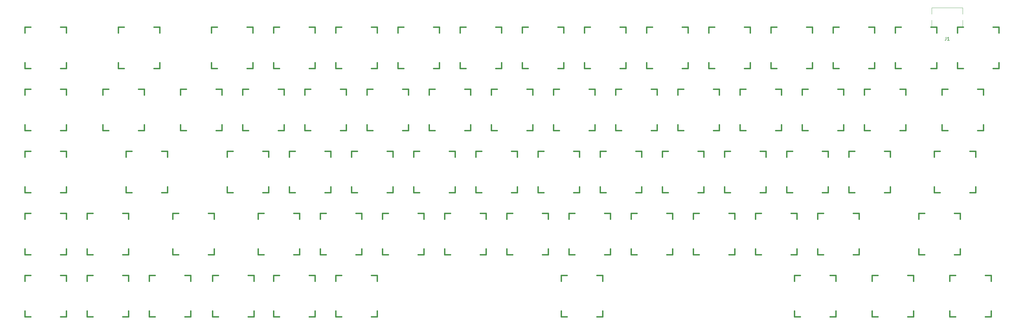
<source format=gto>
%TF.GenerationSoftware,KiCad,Pcbnew,(5.1.10)-1*%
%TF.CreationDate,2021-09-30T15:06:51-04:00*%
%TF.ProjectId,keyboard,6b657962-6f61-4726-942e-6b696361645f,rev?*%
%TF.SameCoordinates,Original*%
%TF.FileFunction,Legend,Top*%
%TF.FilePolarity,Positive*%
%FSLAX46Y46*%
G04 Gerber Fmt 4.6, Leading zero omitted, Abs format (unit mm)*
G04 Created by KiCad (PCBNEW (5.1.10)-1) date 2021-09-30 15:06:51*
%MOMM*%
%LPD*%
G01*
G04 APERTURE LIST*
%ADD10C,0.381000*%
%ADD11C,0.120000*%
%ADD12C,0.150000*%
G04 APERTURE END LIST*
D10*
%TO.C,K6*%
X328810905Y-64492217D02*
X330588905Y-64492217D01*
X339732905Y-64492217D02*
X341510905Y-64492217D01*
X341510905Y-64492217D02*
X341510905Y-66270217D01*
X341510905Y-75414217D02*
X341510905Y-77192217D01*
X341510905Y-77192217D02*
X339732905Y-77192217D01*
X330588905Y-77192217D02*
X328810905Y-77192217D01*
X328810905Y-77192217D02*
X328810905Y-75414217D01*
X328810905Y-66270217D02*
X328810905Y-64492217D01*
D11*
%TO.C,J1*%
X349386227Y-60507865D02*
X349386227Y-58607865D01*
X349386227Y-64407865D02*
X349386227Y-62407865D01*
X339986227Y-60507865D02*
X339986227Y-58607865D01*
X339986227Y-64407865D02*
X339986227Y-62407865D01*
X349386227Y-58607865D02*
X339986227Y-58607865D01*
D10*
%TO.C,K1*%
X347860905Y-66270217D02*
X347860905Y-64492217D01*
X347860905Y-77192217D02*
X347860905Y-75414217D01*
X349638905Y-77192217D02*
X347860905Y-77192217D01*
X360560905Y-77192217D02*
X358782905Y-77192217D01*
X360560905Y-75414217D02*
X360560905Y-77192217D01*
X360560905Y-64492217D02*
X360560905Y-66270217D01*
X358782905Y-64492217D02*
X360560905Y-64492217D01*
X347860905Y-64492217D02*
X349638905Y-64492217D01*
%TO.C,K2*%
X343098405Y-85320217D02*
X343098405Y-83542217D01*
X343098405Y-96242217D02*
X343098405Y-94464217D01*
X344876405Y-96242217D02*
X343098405Y-96242217D01*
X355798405Y-96242217D02*
X354020405Y-96242217D01*
X355798405Y-94464217D02*
X355798405Y-96242217D01*
X355798405Y-83542217D02*
X355798405Y-85320217D01*
X354020405Y-83542217D02*
X355798405Y-83542217D01*
X343098405Y-83542217D02*
X344876405Y-83542217D01*
%TO.C,K3*%
X340717155Y-102592217D02*
X342495155Y-102592217D01*
X351639155Y-102592217D02*
X353417155Y-102592217D01*
X353417155Y-102592217D02*
X353417155Y-104370217D01*
X353417155Y-113514217D02*
X353417155Y-115292217D01*
X353417155Y-115292217D02*
X351639155Y-115292217D01*
X342495155Y-115292217D02*
X340717155Y-115292217D01*
X340717155Y-115292217D02*
X340717155Y-113514217D01*
X340717155Y-104370217D02*
X340717155Y-102592217D01*
%TO.C,K4*%
X335954655Y-121642217D02*
X337732655Y-121642217D01*
X346876655Y-121642217D02*
X348654655Y-121642217D01*
X348654655Y-121642217D02*
X348654655Y-123420217D01*
X348654655Y-132564217D02*
X348654655Y-134342217D01*
X348654655Y-134342217D02*
X346876655Y-134342217D01*
X337732655Y-134342217D02*
X335954655Y-134342217D01*
X335954655Y-134342217D02*
X335954655Y-132564217D01*
X335954655Y-123420217D02*
X335954655Y-121642217D01*
%TO.C,K5*%
X345479655Y-142470217D02*
X345479655Y-140692217D01*
X345479655Y-153392217D02*
X345479655Y-151614217D01*
X347257655Y-153392217D02*
X345479655Y-153392217D01*
X358179655Y-153392217D02*
X356401655Y-153392217D01*
X358179655Y-151614217D02*
X358179655Y-153392217D01*
X358179655Y-140692217D02*
X358179655Y-142470217D01*
X356401655Y-140692217D02*
X358179655Y-140692217D01*
X345479655Y-140692217D02*
X347257655Y-140692217D01*
%TO.C,K7*%
X319285905Y-85320217D02*
X319285905Y-83542217D01*
X319285905Y-96242217D02*
X319285905Y-94464217D01*
X321063905Y-96242217D02*
X319285905Y-96242217D01*
X331985905Y-96242217D02*
X330207905Y-96242217D01*
X331985905Y-94464217D02*
X331985905Y-96242217D01*
X331985905Y-83542217D02*
X331985905Y-85320217D01*
X330207905Y-83542217D02*
X331985905Y-83542217D01*
X319285905Y-83542217D02*
X321063905Y-83542217D01*
%TO.C,K8*%
X314523405Y-102592217D02*
X316301405Y-102592217D01*
X325445405Y-102592217D02*
X327223405Y-102592217D01*
X327223405Y-102592217D02*
X327223405Y-104370217D01*
X327223405Y-113514217D02*
X327223405Y-115292217D01*
X327223405Y-115292217D02*
X325445405Y-115292217D01*
X316301405Y-115292217D02*
X314523405Y-115292217D01*
X314523405Y-115292217D02*
X314523405Y-113514217D01*
X314523405Y-104370217D02*
X314523405Y-102592217D01*
%TO.C,K9*%
X321667155Y-142470217D02*
X321667155Y-140692217D01*
X321667155Y-153392217D02*
X321667155Y-151614217D01*
X323445155Y-153392217D02*
X321667155Y-153392217D01*
X334367155Y-153392217D02*
X332589155Y-153392217D01*
X334367155Y-151614217D02*
X334367155Y-153392217D01*
X334367155Y-140692217D02*
X334367155Y-142470217D01*
X332589155Y-140692217D02*
X334367155Y-140692217D01*
X321667155Y-140692217D02*
X323445155Y-140692217D01*
%TO.C,K10*%
X309760905Y-66270217D02*
X309760905Y-64492217D01*
X309760905Y-77192217D02*
X309760905Y-75414217D01*
X311538905Y-77192217D02*
X309760905Y-77192217D01*
X322460905Y-77192217D02*
X320682905Y-77192217D01*
X322460905Y-75414217D02*
X322460905Y-77192217D01*
X322460905Y-64492217D02*
X322460905Y-66270217D01*
X320682905Y-64492217D02*
X322460905Y-64492217D01*
X309760905Y-64492217D02*
X311538905Y-64492217D01*
%TO.C,K11*%
X300235905Y-83542217D02*
X302013905Y-83542217D01*
X311157905Y-83542217D02*
X312935905Y-83542217D01*
X312935905Y-83542217D02*
X312935905Y-85320217D01*
X312935905Y-94464217D02*
X312935905Y-96242217D01*
X312935905Y-96242217D02*
X311157905Y-96242217D01*
X302013905Y-96242217D02*
X300235905Y-96242217D01*
X300235905Y-96242217D02*
X300235905Y-94464217D01*
X300235905Y-85320217D02*
X300235905Y-83542217D01*
%TO.C,K12*%
X295473405Y-104370217D02*
X295473405Y-102592217D01*
X295473405Y-115292217D02*
X295473405Y-113514217D01*
X297251405Y-115292217D02*
X295473405Y-115292217D01*
X308173405Y-115292217D02*
X306395405Y-115292217D01*
X308173405Y-113514217D02*
X308173405Y-115292217D01*
X308173405Y-102592217D02*
X308173405Y-104370217D01*
X306395405Y-102592217D02*
X308173405Y-102592217D01*
X295473405Y-102592217D02*
X297251405Y-102592217D01*
%TO.C,K13*%
X304998405Y-121642217D02*
X306776405Y-121642217D01*
X315920405Y-121642217D02*
X317698405Y-121642217D01*
X317698405Y-121642217D02*
X317698405Y-123420217D01*
X317698405Y-132564217D02*
X317698405Y-134342217D01*
X317698405Y-134342217D02*
X315920405Y-134342217D01*
X306776405Y-134342217D02*
X304998405Y-134342217D01*
X304998405Y-134342217D02*
X304998405Y-132564217D01*
X304998405Y-123420217D02*
X304998405Y-121642217D01*
%TO.C,K14*%
X297854655Y-140692217D02*
X299632655Y-140692217D01*
X308776655Y-140692217D02*
X310554655Y-140692217D01*
X310554655Y-140692217D02*
X310554655Y-142470217D01*
X310554655Y-151614217D02*
X310554655Y-153392217D01*
X310554655Y-153392217D02*
X308776655Y-153392217D01*
X299632655Y-153392217D02*
X297854655Y-153392217D01*
X297854655Y-153392217D02*
X297854655Y-151614217D01*
X297854655Y-142470217D02*
X297854655Y-140692217D01*
%TO.C,K15*%
X290710905Y-64492217D02*
X292488905Y-64492217D01*
X301632905Y-64492217D02*
X303410905Y-64492217D01*
X303410905Y-64492217D02*
X303410905Y-66270217D01*
X303410905Y-75414217D02*
X303410905Y-77192217D01*
X303410905Y-77192217D02*
X301632905Y-77192217D01*
X292488905Y-77192217D02*
X290710905Y-77192217D01*
X290710905Y-77192217D02*
X290710905Y-75414217D01*
X290710905Y-66270217D02*
X290710905Y-64492217D01*
%TO.C,K16*%
X281185905Y-83542217D02*
X282963905Y-83542217D01*
X292107905Y-83542217D02*
X293885905Y-83542217D01*
X293885905Y-83542217D02*
X293885905Y-85320217D01*
X293885905Y-94464217D02*
X293885905Y-96242217D01*
X293885905Y-96242217D02*
X292107905Y-96242217D01*
X282963905Y-96242217D02*
X281185905Y-96242217D01*
X281185905Y-96242217D02*
X281185905Y-94464217D01*
X281185905Y-85320217D02*
X281185905Y-83542217D01*
%TO.C,K17*%
X276423405Y-104370217D02*
X276423405Y-102592217D01*
X276423405Y-115292217D02*
X276423405Y-113514217D01*
X278201405Y-115292217D02*
X276423405Y-115292217D01*
X289123405Y-115292217D02*
X287345405Y-115292217D01*
X289123405Y-113514217D02*
X289123405Y-115292217D01*
X289123405Y-102592217D02*
X289123405Y-104370217D01*
X287345405Y-102592217D02*
X289123405Y-102592217D01*
X276423405Y-102592217D02*
X278201405Y-102592217D01*
%TO.C,K18*%
X285948405Y-121642217D02*
X287726405Y-121642217D01*
X296870405Y-121642217D02*
X298648405Y-121642217D01*
X298648405Y-121642217D02*
X298648405Y-123420217D01*
X298648405Y-132564217D02*
X298648405Y-134342217D01*
X298648405Y-134342217D02*
X296870405Y-134342217D01*
X287726405Y-134342217D02*
X285948405Y-134342217D01*
X285948405Y-134342217D02*
X285948405Y-132564217D01*
X285948405Y-123420217D02*
X285948405Y-121642217D01*
%TO.C,K19*%
X271660905Y-66270217D02*
X271660905Y-64492217D01*
X271660905Y-77192217D02*
X271660905Y-75414217D01*
X273438905Y-77192217D02*
X271660905Y-77192217D01*
X284360905Y-77192217D02*
X282582905Y-77192217D01*
X284360905Y-75414217D02*
X284360905Y-77192217D01*
X284360905Y-64492217D02*
X284360905Y-66270217D01*
X282582905Y-64492217D02*
X284360905Y-64492217D01*
X271660905Y-64492217D02*
X273438905Y-64492217D01*
%TO.C,K20*%
X262135905Y-83542217D02*
X263913905Y-83542217D01*
X273057905Y-83542217D02*
X274835905Y-83542217D01*
X274835905Y-83542217D02*
X274835905Y-85320217D01*
X274835905Y-94464217D02*
X274835905Y-96242217D01*
X274835905Y-96242217D02*
X273057905Y-96242217D01*
X263913905Y-96242217D02*
X262135905Y-96242217D01*
X262135905Y-96242217D02*
X262135905Y-94464217D01*
X262135905Y-85320217D02*
X262135905Y-83542217D01*
%TO.C,K21*%
X257373405Y-104370217D02*
X257373405Y-102592217D01*
X257373405Y-115292217D02*
X257373405Y-113514217D01*
X259151405Y-115292217D02*
X257373405Y-115292217D01*
X270073405Y-115292217D02*
X268295405Y-115292217D01*
X270073405Y-113514217D02*
X270073405Y-115292217D01*
X270073405Y-102592217D02*
X270073405Y-104370217D01*
X268295405Y-102592217D02*
X270073405Y-102592217D01*
X257373405Y-102592217D02*
X259151405Y-102592217D01*
%TO.C,K22*%
X266898405Y-121642217D02*
X268676405Y-121642217D01*
X277820405Y-121642217D02*
X279598405Y-121642217D01*
X279598405Y-121642217D02*
X279598405Y-123420217D01*
X279598405Y-132564217D02*
X279598405Y-134342217D01*
X279598405Y-134342217D02*
X277820405Y-134342217D01*
X268676405Y-134342217D02*
X266898405Y-134342217D01*
X266898405Y-134342217D02*
X266898405Y-132564217D01*
X266898405Y-123420217D02*
X266898405Y-121642217D01*
%TO.C,K23*%
X252610905Y-66270217D02*
X252610905Y-64492217D01*
X252610905Y-77192217D02*
X252610905Y-75414217D01*
X254388905Y-77192217D02*
X252610905Y-77192217D01*
X265310905Y-77192217D02*
X263532905Y-77192217D01*
X265310905Y-75414217D02*
X265310905Y-77192217D01*
X265310905Y-64492217D02*
X265310905Y-66270217D01*
X263532905Y-64492217D02*
X265310905Y-64492217D01*
X252610905Y-64492217D02*
X254388905Y-64492217D01*
%TO.C,K24*%
X243085905Y-85320217D02*
X243085905Y-83542217D01*
X243085905Y-96242217D02*
X243085905Y-94464217D01*
X244863905Y-96242217D02*
X243085905Y-96242217D01*
X255785905Y-96242217D02*
X254007905Y-96242217D01*
X255785905Y-94464217D02*
X255785905Y-96242217D01*
X255785905Y-83542217D02*
X255785905Y-85320217D01*
X254007905Y-83542217D02*
X255785905Y-83542217D01*
X243085905Y-83542217D02*
X244863905Y-83542217D01*
%TO.C,K25*%
X238323405Y-102592217D02*
X240101405Y-102592217D01*
X249245405Y-102592217D02*
X251023405Y-102592217D01*
X251023405Y-102592217D02*
X251023405Y-104370217D01*
X251023405Y-113514217D02*
X251023405Y-115292217D01*
X251023405Y-115292217D02*
X249245405Y-115292217D01*
X240101405Y-115292217D02*
X238323405Y-115292217D01*
X238323405Y-115292217D02*
X238323405Y-113514217D01*
X238323405Y-104370217D02*
X238323405Y-102592217D01*
%TO.C,K26*%
X247848405Y-123420217D02*
X247848405Y-121642217D01*
X247848405Y-134342217D02*
X247848405Y-132564217D01*
X249626405Y-134342217D02*
X247848405Y-134342217D01*
X260548405Y-134342217D02*
X258770405Y-134342217D01*
X260548405Y-132564217D02*
X260548405Y-134342217D01*
X260548405Y-121642217D02*
X260548405Y-123420217D01*
X258770405Y-121642217D02*
X260548405Y-121642217D01*
X247848405Y-121642217D02*
X249626405Y-121642217D01*
%TO.C,K27*%
X233560905Y-64492217D02*
X235338905Y-64492217D01*
X244482905Y-64492217D02*
X246260905Y-64492217D01*
X246260905Y-64492217D02*
X246260905Y-66270217D01*
X246260905Y-75414217D02*
X246260905Y-77192217D01*
X246260905Y-77192217D02*
X244482905Y-77192217D01*
X235338905Y-77192217D02*
X233560905Y-77192217D01*
X233560905Y-77192217D02*
X233560905Y-75414217D01*
X233560905Y-66270217D02*
X233560905Y-64492217D01*
%TO.C,K28*%
X224035905Y-85320217D02*
X224035905Y-83542217D01*
X224035905Y-96242217D02*
X224035905Y-94464217D01*
X225813905Y-96242217D02*
X224035905Y-96242217D01*
X236735905Y-96242217D02*
X234957905Y-96242217D01*
X236735905Y-94464217D02*
X236735905Y-96242217D01*
X236735905Y-83542217D02*
X236735905Y-85320217D01*
X234957905Y-83542217D02*
X236735905Y-83542217D01*
X224035905Y-83542217D02*
X225813905Y-83542217D01*
%TO.C,K29*%
X219273405Y-102592217D02*
X221051405Y-102592217D01*
X230195405Y-102592217D02*
X231973405Y-102592217D01*
X231973405Y-102592217D02*
X231973405Y-104370217D01*
X231973405Y-113514217D02*
X231973405Y-115292217D01*
X231973405Y-115292217D02*
X230195405Y-115292217D01*
X221051405Y-115292217D02*
X219273405Y-115292217D01*
X219273405Y-115292217D02*
X219273405Y-113514217D01*
X219273405Y-104370217D02*
X219273405Y-102592217D01*
%TO.C,K30*%
X228798405Y-121642217D02*
X230576405Y-121642217D01*
X239720405Y-121642217D02*
X241498405Y-121642217D01*
X241498405Y-121642217D02*
X241498405Y-123420217D01*
X241498405Y-132564217D02*
X241498405Y-134342217D01*
X241498405Y-134342217D02*
X239720405Y-134342217D01*
X230576405Y-134342217D02*
X228798405Y-134342217D01*
X228798405Y-134342217D02*
X228798405Y-132564217D01*
X228798405Y-123420217D02*
X228798405Y-121642217D01*
%TO.C,K31*%
X226417155Y-142470217D02*
X226417155Y-140692217D01*
X226417155Y-153392217D02*
X226417155Y-151614217D01*
X228195155Y-153392217D02*
X226417155Y-153392217D01*
X239117155Y-153392217D02*
X237339155Y-153392217D01*
X239117155Y-151614217D02*
X239117155Y-153392217D01*
X239117155Y-140692217D02*
X239117155Y-142470217D01*
X237339155Y-140692217D02*
X239117155Y-140692217D01*
X226417155Y-140692217D02*
X228195155Y-140692217D01*
%TO.C,K32*%
X214510905Y-66270217D02*
X214510905Y-64492217D01*
X214510905Y-77192217D02*
X214510905Y-75414217D01*
X216288905Y-77192217D02*
X214510905Y-77192217D01*
X227210905Y-77192217D02*
X225432905Y-77192217D01*
X227210905Y-75414217D02*
X227210905Y-77192217D01*
X227210905Y-64492217D02*
X227210905Y-66270217D01*
X225432905Y-64492217D02*
X227210905Y-64492217D01*
X214510905Y-64492217D02*
X216288905Y-64492217D01*
%TO.C,K33*%
X204985905Y-83542217D02*
X206763905Y-83542217D01*
X215907905Y-83542217D02*
X217685905Y-83542217D01*
X217685905Y-83542217D02*
X217685905Y-85320217D01*
X217685905Y-94464217D02*
X217685905Y-96242217D01*
X217685905Y-96242217D02*
X215907905Y-96242217D01*
X206763905Y-96242217D02*
X204985905Y-96242217D01*
X204985905Y-96242217D02*
X204985905Y-94464217D01*
X204985905Y-85320217D02*
X204985905Y-83542217D01*
%TO.C,K34*%
X200223405Y-104370217D02*
X200223405Y-102592217D01*
X200223405Y-115292217D02*
X200223405Y-113514217D01*
X202001405Y-115292217D02*
X200223405Y-115292217D01*
X212923405Y-115292217D02*
X211145405Y-115292217D01*
X212923405Y-113514217D02*
X212923405Y-115292217D01*
X212923405Y-102592217D02*
X212923405Y-104370217D01*
X211145405Y-102592217D02*
X212923405Y-102592217D01*
X200223405Y-102592217D02*
X202001405Y-102592217D01*
%TO.C,K35*%
X209748405Y-121642217D02*
X211526405Y-121642217D01*
X220670405Y-121642217D02*
X222448405Y-121642217D01*
X222448405Y-121642217D02*
X222448405Y-123420217D01*
X222448405Y-132564217D02*
X222448405Y-134342217D01*
X222448405Y-134342217D02*
X220670405Y-134342217D01*
X211526405Y-134342217D02*
X209748405Y-134342217D01*
X209748405Y-134342217D02*
X209748405Y-132564217D01*
X209748405Y-123420217D02*
X209748405Y-121642217D01*
%TO.C,K36*%
X195460905Y-66270217D02*
X195460905Y-64492217D01*
X195460905Y-77192217D02*
X195460905Y-75414217D01*
X197238905Y-77192217D02*
X195460905Y-77192217D01*
X208160905Y-77192217D02*
X206382905Y-77192217D01*
X208160905Y-75414217D02*
X208160905Y-77192217D01*
X208160905Y-64492217D02*
X208160905Y-66270217D01*
X206382905Y-64492217D02*
X208160905Y-64492217D01*
X195460905Y-64492217D02*
X197238905Y-64492217D01*
%TO.C,K37*%
X185935905Y-83542217D02*
X187713905Y-83542217D01*
X196857905Y-83542217D02*
X198635905Y-83542217D01*
X198635905Y-83542217D02*
X198635905Y-85320217D01*
X198635905Y-94464217D02*
X198635905Y-96242217D01*
X198635905Y-96242217D02*
X196857905Y-96242217D01*
X187713905Y-96242217D02*
X185935905Y-96242217D01*
X185935905Y-96242217D02*
X185935905Y-94464217D01*
X185935905Y-85320217D02*
X185935905Y-83542217D01*
%TO.C,K38*%
X181173405Y-104370217D02*
X181173405Y-102592217D01*
X181173405Y-115292217D02*
X181173405Y-113514217D01*
X182951405Y-115292217D02*
X181173405Y-115292217D01*
X193873405Y-115292217D02*
X192095405Y-115292217D01*
X193873405Y-113514217D02*
X193873405Y-115292217D01*
X193873405Y-102592217D02*
X193873405Y-104370217D01*
X192095405Y-102592217D02*
X193873405Y-102592217D01*
X181173405Y-102592217D02*
X182951405Y-102592217D01*
%TO.C,K39*%
X190698405Y-121642217D02*
X192476405Y-121642217D01*
X201620405Y-121642217D02*
X203398405Y-121642217D01*
X203398405Y-121642217D02*
X203398405Y-123420217D01*
X203398405Y-132564217D02*
X203398405Y-134342217D01*
X203398405Y-134342217D02*
X201620405Y-134342217D01*
X192476405Y-134342217D02*
X190698405Y-134342217D01*
X190698405Y-134342217D02*
X190698405Y-132564217D01*
X190698405Y-123420217D02*
X190698405Y-121642217D01*
%TO.C,K40*%
X176410905Y-66270217D02*
X176410905Y-64492217D01*
X176410905Y-77192217D02*
X176410905Y-75414217D01*
X178188905Y-77192217D02*
X176410905Y-77192217D01*
X189110905Y-77192217D02*
X187332905Y-77192217D01*
X189110905Y-75414217D02*
X189110905Y-77192217D01*
X189110905Y-64492217D02*
X189110905Y-66270217D01*
X187332905Y-64492217D02*
X189110905Y-64492217D01*
X176410905Y-64492217D02*
X178188905Y-64492217D01*
%TO.C,K41*%
X166885905Y-85320217D02*
X166885905Y-83542217D01*
X166885905Y-96242217D02*
X166885905Y-94464217D01*
X168663905Y-96242217D02*
X166885905Y-96242217D01*
X179585905Y-96242217D02*
X177807905Y-96242217D01*
X179585905Y-94464217D02*
X179585905Y-96242217D01*
X179585905Y-83542217D02*
X179585905Y-85320217D01*
X177807905Y-83542217D02*
X179585905Y-83542217D01*
X166885905Y-83542217D02*
X168663905Y-83542217D01*
%TO.C,K42*%
X162123405Y-102592217D02*
X163901405Y-102592217D01*
X173045405Y-102592217D02*
X174823405Y-102592217D01*
X174823405Y-102592217D02*
X174823405Y-104370217D01*
X174823405Y-113514217D02*
X174823405Y-115292217D01*
X174823405Y-115292217D02*
X173045405Y-115292217D01*
X163901405Y-115292217D02*
X162123405Y-115292217D01*
X162123405Y-115292217D02*
X162123405Y-113514217D01*
X162123405Y-104370217D02*
X162123405Y-102592217D01*
%TO.C,K43*%
X171648405Y-121642217D02*
X173426405Y-121642217D01*
X182570405Y-121642217D02*
X184348405Y-121642217D01*
X184348405Y-121642217D02*
X184348405Y-123420217D01*
X184348405Y-132564217D02*
X184348405Y-134342217D01*
X184348405Y-134342217D02*
X182570405Y-134342217D01*
X173426405Y-134342217D02*
X171648405Y-134342217D01*
X171648405Y-134342217D02*
X171648405Y-132564217D01*
X171648405Y-123420217D02*
X171648405Y-121642217D01*
%TO.C,K44*%
X157360905Y-142470217D02*
X157360905Y-140692217D01*
X157360905Y-153392217D02*
X157360905Y-151614217D01*
X159138905Y-153392217D02*
X157360905Y-153392217D01*
X170060905Y-153392217D02*
X168282905Y-153392217D01*
X170060905Y-151614217D02*
X170060905Y-153392217D01*
X170060905Y-140692217D02*
X170060905Y-142470217D01*
X168282905Y-140692217D02*
X170060905Y-140692217D01*
X157360905Y-140692217D02*
X159138905Y-140692217D01*
%TO.C,K45*%
X157360905Y-64492217D02*
X159138905Y-64492217D01*
X168282905Y-64492217D02*
X170060905Y-64492217D01*
X170060905Y-64492217D02*
X170060905Y-66270217D01*
X170060905Y-75414217D02*
X170060905Y-77192217D01*
X170060905Y-77192217D02*
X168282905Y-77192217D01*
X159138905Y-77192217D02*
X157360905Y-77192217D01*
X157360905Y-77192217D02*
X157360905Y-75414217D01*
X157360905Y-66270217D02*
X157360905Y-64492217D01*
%TO.C,K46*%
X147835905Y-83542217D02*
X149613905Y-83542217D01*
X158757905Y-83542217D02*
X160535905Y-83542217D01*
X160535905Y-83542217D02*
X160535905Y-85320217D01*
X160535905Y-94464217D02*
X160535905Y-96242217D01*
X160535905Y-96242217D02*
X158757905Y-96242217D01*
X149613905Y-96242217D02*
X147835905Y-96242217D01*
X147835905Y-96242217D02*
X147835905Y-94464217D01*
X147835905Y-85320217D02*
X147835905Y-83542217D01*
%TO.C,K47*%
X143073405Y-104370217D02*
X143073405Y-102592217D01*
X143073405Y-115292217D02*
X143073405Y-113514217D01*
X144851405Y-115292217D02*
X143073405Y-115292217D01*
X155773405Y-115292217D02*
X153995405Y-115292217D01*
X155773405Y-113514217D02*
X155773405Y-115292217D01*
X155773405Y-102592217D02*
X155773405Y-104370217D01*
X153995405Y-102592217D02*
X155773405Y-102592217D01*
X143073405Y-102592217D02*
X144851405Y-102592217D01*
%TO.C,K48*%
X152598405Y-121642217D02*
X154376405Y-121642217D01*
X163520405Y-121642217D02*
X165298405Y-121642217D01*
X165298405Y-121642217D02*
X165298405Y-123420217D01*
X165298405Y-132564217D02*
X165298405Y-134342217D01*
X165298405Y-134342217D02*
X163520405Y-134342217D01*
X154376405Y-134342217D02*
X152598405Y-134342217D01*
X152598405Y-134342217D02*
X152598405Y-132564217D01*
X152598405Y-123420217D02*
X152598405Y-121642217D01*
%TO.C,K49*%
X138310905Y-140692217D02*
X140088905Y-140692217D01*
X149232905Y-140692217D02*
X151010905Y-140692217D01*
X151010905Y-140692217D02*
X151010905Y-142470217D01*
X151010905Y-151614217D02*
X151010905Y-153392217D01*
X151010905Y-153392217D02*
X149232905Y-153392217D01*
X140088905Y-153392217D02*
X138310905Y-153392217D01*
X138310905Y-153392217D02*
X138310905Y-151614217D01*
X138310905Y-142470217D02*
X138310905Y-140692217D01*
%TO.C,K50*%
X138310905Y-66270217D02*
X138310905Y-64492217D01*
X138310905Y-77192217D02*
X138310905Y-75414217D01*
X140088905Y-77192217D02*
X138310905Y-77192217D01*
X151010905Y-77192217D02*
X149232905Y-77192217D01*
X151010905Y-75414217D02*
X151010905Y-77192217D01*
X151010905Y-64492217D02*
X151010905Y-66270217D01*
X149232905Y-64492217D02*
X151010905Y-64492217D01*
X138310905Y-64492217D02*
X140088905Y-64492217D01*
%TO.C,K51*%
X128785905Y-85320217D02*
X128785905Y-83542217D01*
X128785905Y-96242217D02*
X128785905Y-94464217D01*
X130563905Y-96242217D02*
X128785905Y-96242217D01*
X141485905Y-96242217D02*
X139707905Y-96242217D01*
X141485905Y-94464217D02*
X141485905Y-96242217D01*
X141485905Y-83542217D02*
X141485905Y-85320217D01*
X139707905Y-83542217D02*
X141485905Y-83542217D01*
X128785905Y-83542217D02*
X130563905Y-83542217D01*
%TO.C,K52*%
X124023405Y-104370217D02*
X124023405Y-102592217D01*
X124023405Y-115292217D02*
X124023405Y-113514217D01*
X125801405Y-115292217D02*
X124023405Y-115292217D01*
X136723405Y-115292217D02*
X134945405Y-115292217D01*
X136723405Y-113514217D02*
X136723405Y-115292217D01*
X136723405Y-102592217D02*
X136723405Y-104370217D01*
X134945405Y-102592217D02*
X136723405Y-102592217D01*
X124023405Y-102592217D02*
X125801405Y-102592217D01*
%TO.C,K53*%
X133548405Y-121642217D02*
X135326405Y-121642217D01*
X144470405Y-121642217D02*
X146248405Y-121642217D01*
X146248405Y-121642217D02*
X146248405Y-123420217D01*
X146248405Y-132564217D02*
X146248405Y-134342217D01*
X146248405Y-134342217D02*
X144470405Y-134342217D01*
X135326405Y-134342217D02*
X133548405Y-134342217D01*
X133548405Y-134342217D02*
X133548405Y-132564217D01*
X133548405Y-123420217D02*
X133548405Y-121642217D01*
%TO.C,K54*%
X119578405Y-142470217D02*
X119578405Y-140692217D01*
X119578405Y-153392217D02*
X119578405Y-151614217D01*
X121356405Y-153392217D02*
X119578405Y-153392217D01*
X132278405Y-153392217D02*
X130500405Y-153392217D01*
X132278405Y-151614217D02*
X132278405Y-153392217D01*
X132278405Y-140692217D02*
X132278405Y-142470217D01*
X130500405Y-140692217D02*
X132278405Y-140692217D01*
X119578405Y-140692217D02*
X121356405Y-140692217D01*
%TO.C,K55*%
X119260905Y-66270217D02*
X119260905Y-64492217D01*
X119260905Y-77192217D02*
X119260905Y-75414217D01*
X121038905Y-77192217D02*
X119260905Y-77192217D01*
X131960905Y-77192217D02*
X130182905Y-77192217D01*
X131960905Y-75414217D02*
X131960905Y-77192217D01*
X131960905Y-64492217D02*
X131960905Y-66270217D01*
X130182905Y-64492217D02*
X131960905Y-64492217D01*
X119260905Y-64492217D02*
X121038905Y-64492217D01*
%TO.C,K56*%
X109735905Y-85320217D02*
X109735905Y-83542217D01*
X109735905Y-96242217D02*
X109735905Y-94464217D01*
X111513905Y-96242217D02*
X109735905Y-96242217D01*
X122435905Y-96242217D02*
X120657905Y-96242217D01*
X122435905Y-94464217D02*
X122435905Y-96242217D01*
X122435905Y-83542217D02*
X122435905Y-85320217D01*
X120657905Y-83542217D02*
X122435905Y-83542217D01*
X109735905Y-83542217D02*
X111513905Y-83542217D01*
%TO.C,K57*%
X107354655Y-123420217D02*
X107354655Y-121642217D01*
X107354655Y-134342217D02*
X107354655Y-132564217D01*
X109132655Y-134342217D02*
X107354655Y-134342217D01*
X120054655Y-134342217D02*
X118276655Y-134342217D01*
X120054655Y-132564217D02*
X120054655Y-134342217D01*
X120054655Y-121642217D02*
X120054655Y-123420217D01*
X118276655Y-121642217D02*
X120054655Y-121642217D01*
X107354655Y-121642217D02*
X109132655Y-121642217D01*
%TO.C,K58*%
X100210905Y-140692217D02*
X101988905Y-140692217D01*
X111132905Y-140692217D02*
X112910905Y-140692217D01*
X112910905Y-140692217D02*
X112910905Y-142470217D01*
X112910905Y-151614217D02*
X112910905Y-153392217D01*
X112910905Y-153392217D02*
X111132905Y-153392217D01*
X101988905Y-153392217D02*
X100210905Y-153392217D01*
X100210905Y-153392217D02*
X100210905Y-151614217D01*
X100210905Y-142470217D02*
X100210905Y-140692217D01*
%TO.C,K59*%
X90685905Y-66270217D02*
X90685905Y-64492217D01*
X90685905Y-77192217D02*
X90685905Y-75414217D01*
X92463905Y-77192217D02*
X90685905Y-77192217D01*
X103385905Y-77192217D02*
X101607905Y-77192217D01*
X103385905Y-75414217D02*
X103385905Y-77192217D01*
X103385905Y-64492217D02*
X103385905Y-66270217D01*
X101607905Y-64492217D02*
X103385905Y-64492217D01*
X90685905Y-64492217D02*
X92463905Y-64492217D01*
%TO.C,K60*%
X85923405Y-83542217D02*
X87701405Y-83542217D01*
X96845405Y-83542217D02*
X98623405Y-83542217D01*
X98623405Y-83542217D02*
X98623405Y-85320217D01*
X98623405Y-94464217D02*
X98623405Y-96242217D01*
X98623405Y-96242217D02*
X96845405Y-96242217D01*
X87701405Y-96242217D02*
X85923405Y-96242217D01*
X85923405Y-96242217D02*
X85923405Y-94464217D01*
X85923405Y-85320217D02*
X85923405Y-83542217D01*
%TO.C,K61*%
X93067155Y-104370217D02*
X93067155Y-102592217D01*
X93067155Y-115292217D02*
X93067155Y-113514217D01*
X94845155Y-115292217D02*
X93067155Y-115292217D01*
X105767155Y-115292217D02*
X103989155Y-115292217D01*
X105767155Y-113514217D02*
X105767155Y-115292217D01*
X105767155Y-102592217D02*
X105767155Y-104370217D01*
X103989155Y-102592217D02*
X105767155Y-102592217D01*
X93067155Y-102592217D02*
X94845155Y-102592217D01*
%TO.C,K62*%
X81160905Y-121642217D02*
X82938905Y-121642217D01*
X92082905Y-121642217D02*
X93860905Y-121642217D01*
X93860905Y-121642217D02*
X93860905Y-123420217D01*
X93860905Y-132564217D02*
X93860905Y-134342217D01*
X93860905Y-134342217D02*
X92082905Y-134342217D01*
X82938905Y-134342217D02*
X81160905Y-134342217D01*
X81160905Y-134342217D02*
X81160905Y-132564217D01*
X81160905Y-123420217D02*
X81160905Y-121642217D01*
%TO.C,K63*%
X81160905Y-142470217D02*
X81160905Y-140692217D01*
X81160905Y-153392217D02*
X81160905Y-151614217D01*
X82938905Y-153392217D02*
X81160905Y-153392217D01*
X93860905Y-153392217D02*
X92082905Y-153392217D01*
X93860905Y-151614217D02*
X93860905Y-153392217D01*
X93860905Y-140692217D02*
X93860905Y-142470217D01*
X92082905Y-140692217D02*
X93860905Y-140692217D01*
X81160905Y-140692217D02*
X82938905Y-140692217D01*
%TO.C,K64*%
X62110905Y-66270217D02*
X62110905Y-64492217D01*
X62110905Y-77192217D02*
X62110905Y-75414217D01*
X63888905Y-77192217D02*
X62110905Y-77192217D01*
X74810905Y-77192217D02*
X73032905Y-77192217D01*
X74810905Y-75414217D02*
X74810905Y-77192217D01*
X74810905Y-64492217D02*
X74810905Y-66270217D01*
X73032905Y-64492217D02*
X74810905Y-64492217D01*
X62110905Y-64492217D02*
X63888905Y-64492217D01*
%TO.C,K65*%
X62110905Y-85320217D02*
X62110905Y-83542217D01*
X62110905Y-96242217D02*
X62110905Y-94464217D01*
X63888905Y-96242217D02*
X62110905Y-96242217D01*
X74810905Y-96242217D02*
X73032905Y-96242217D01*
X74810905Y-94464217D02*
X74810905Y-96242217D01*
X74810905Y-83542217D02*
X74810905Y-85320217D01*
X73032905Y-83542217D02*
X74810905Y-83542217D01*
X62110905Y-83542217D02*
X63888905Y-83542217D01*
%TO.C,K66*%
X62110905Y-104370217D02*
X62110905Y-102592217D01*
X62110905Y-115292217D02*
X62110905Y-113514217D01*
X63888905Y-115292217D02*
X62110905Y-115292217D01*
X74810905Y-115292217D02*
X73032905Y-115292217D01*
X74810905Y-113514217D02*
X74810905Y-115292217D01*
X74810905Y-102592217D02*
X74810905Y-104370217D01*
X73032905Y-102592217D02*
X74810905Y-102592217D01*
X62110905Y-102592217D02*
X63888905Y-102592217D01*
%TO.C,K67*%
X62110905Y-121642217D02*
X63888905Y-121642217D01*
X73032905Y-121642217D02*
X74810905Y-121642217D01*
X74810905Y-121642217D02*
X74810905Y-123420217D01*
X74810905Y-132564217D02*
X74810905Y-134342217D01*
X74810905Y-134342217D02*
X73032905Y-134342217D01*
X63888905Y-134342217D02*
X62110905Y-134342217D01*
X62110905Y-134342217D02*
X62110905Y-132564217D01*
X62110905Y-123420217D02*
X62110905Y-121642217D01*
%TO.C,K68*%
X62110905Y-140692217D02*
X63888905Y-140692217D01*
X73032905Y-140692217D02*
X74810905Y-140692217D01*
X74810905Y-140692217D02*
X74810905Y-142470217D01*
X74810905Y-151614217D02*
X74810905Y-153392217D01*
X74810905Y-153392217D02*
X73032905Y-153392217D01*
X63888905Y-153392217D02*
X62110905Y-153392217D01*
X62110905Y-153392217D02*
X62110905Y-151614217D01*
X62110905Y-142470217D02*
X62110905Y-140692217D01*
%TO.C,J1*%
D12*
X344352893Y-67605245D02*
X344352893Y-68319531D01*
X344305274Y-68462388D01*
X344210036Y-68557626D01*
X344067179Y-68605245D01*
X343971941Y-68605245D01*
X345352893Y-68605245D02*
X344781465Y-68605245D01*
X345067179Y-68605245D02*
X345067179Y-67605245D01*
X344971941Y-67748103D01*
X344876703Y-67843341D01*
X344781465Y-67890960D01*
%TD*%
M02*

</source>
